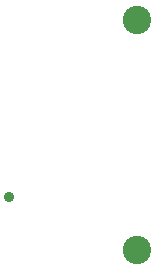
<source format=gbs>
G04 Layer: BottomSolderMaskLayer*
G04 EasyEDA v6.5.44, 2024-08-09 16:29:29*
G04 6a14bbe4783e4c45b3198a44848b54db,9d7ba2091113474d8fe43b4f46ca5270,10*
G04 Gerber Generator version 0.2*
G04 Scale: 100 percent, Rotated: No, Reflected: No *
G04 Dimensions in millimeters *
G04 leading zeros omitted , absolute positions ,4 integer and 5 decimal *
%FSLAX45Y45*%
%MOMM*%

%ADD10C,0.9096*%
%ADD11C,2.4016*%

%LPD*%
D10*
G01*
X3035300Y1816100D03*
D11*
G01*
X4114800Y3311804D03*
G01*
X4114800Y1361795D03*
M02*

</source>
